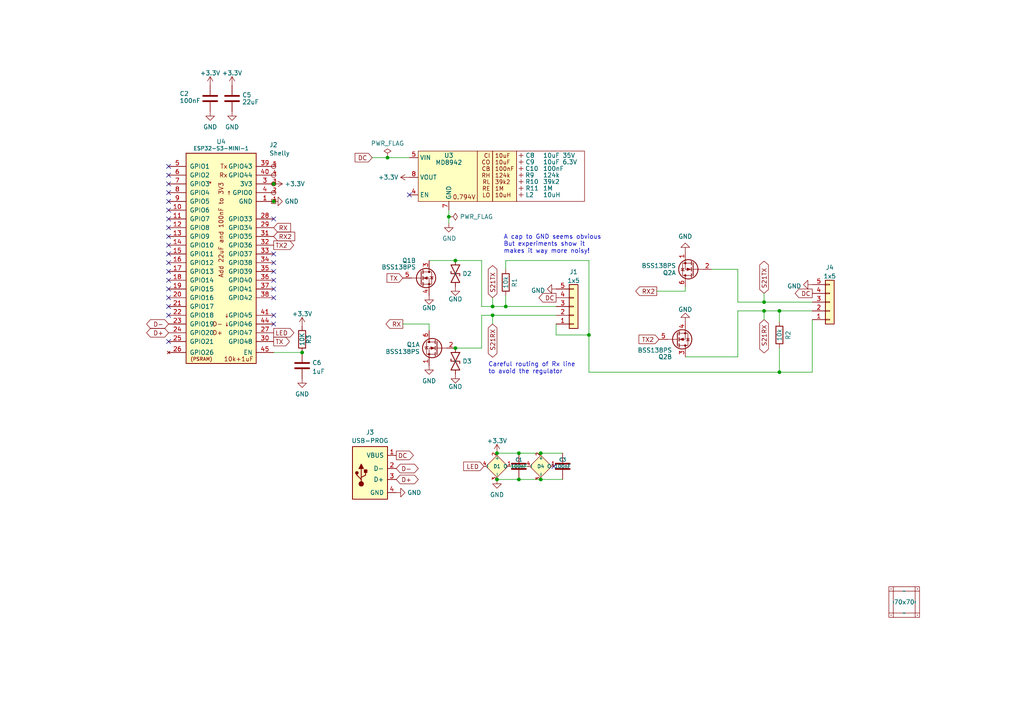
<source format=kicad_sch>
(kicad_sch (version 20250114) (generator "eeschema") (generator_version "9.0")
  (paper "A4")
  (title_block (title "S21") (rev "1") (comment 1 "@TheRealRevK") (comment 2 "www.me.uk"))
  (lib_symbols
    (symbol "Connector_Generic:Conn_01x05" (pin_names (offset 1.016) (hide yes))
      (property "Reference" "J" (at 0 7.62 0))
      (property "Value" "Conn_01x05" (at 0 -7.62 0))
      (symbol "Conn_01x05_1_1"
        (rectangle (start -1.27 6.35) (end 1.27 -6.35) (stroke (width 0.254)) (fill (type background)))
        (rectangle (start -1.27 5.207) (end 0 4.953) (stroke (width 0.1524)))
        (rectangle (start -1.27 2.667) (end 0 2.413) (stroke (width 0.1524)))
        (rectangle (start -1.27 0.127) (end 0 -0.127) (stroke (width 0.1524)))
        (rectangle (start -1.27 -2.413) (end 0 -2.667) (stroke (width 0.1524)))
        (rectangle (start -1.27 -4.953) (end 0 -5.207) (stroke (width 0.1524)))
        (pin passive line (at -5.08 5.08 0) (length 3.81) (name "Pin_1") (number "1"))
        (pin passive line (at -5.08 2.54 0) (length 3.81) (name "Pin_2") (number "2"))
        (pin passive line (at -5.08 0 0) (length 3.81) (name "Pin_3") (number "3"))
        (pin passive line (at -5.08 -2.54 0) (length 3.81) (name "Pin_4") (number "4"))
        (pin passive line (at -5.08 -5.08 0) (length 3.81) (name "Pin_5") (number "5"))
      )
    )
    (symbol "Device:C" (pin_numbers (hide yes)) (pin_names (offset 0.254))
      (property "Reference" "C" (at 0.635 2.54 0))
      (property "Value" "C" (at 0.635 -2.54 0))
      (symbol "C_0_1"
        (polyline (pts (xy -2.032 0.762) (xy 2.032 0.762)) (stroke (width 0.508)))
        (polyline (pts (xy -2.032 -0.762) (xy 2.032 -0.762)) (stroke (width 0.508)))
      )
      (symbol "C_1_1"
        (pin passive line (at 0 3.81 270) (length 2.794) (name "~") (number "1"))
        (pin passive line (at 0 -3.81 90) (length 2.794) (name "~") (number "2"))
      )
    )
    (symbol "Device:R" (pin_numbers (hide yes)) (pin_names (offset 0))
      (property "Reference" "R" (at 2.032 0 90))
      (property "Value" "R" (at 0 0 90))
      (symbol "R_0_1"
        (rectangle (start -1.016 -2.54) (end 1.016 2.54) (stroke (width 0.254)))
      )
      (symbol "R_1_1"
        (pin passive line (at 0 3.81 270) (length 1.27) (name "~") (number "1"))
        (pin passive line (at 0 -3.81 90) (length 1.27) (name "~") (number "2"))
      )
    )
    (symbol "RevK:BSS138PS" (pin_names (hide yes))
      (property "Reference" "Q" (at 5.08 2.54 0))
      (property "Value" "BSS138PS" (at 5.08 0 0))
      (property "JLCPCB Rotation Offset" "-90" (at 0 0 0))
      (symbol "BSS138PS_1_1"
        (polyline (pts (xy 0.254 0) (xy -2.54 0)))
        (polyline (pts (xy 0.254 -1.905) (xy 0.254 1.905)) (stroke (width 0.254)))
        (polyline (pts (xy 0.762 1.778) (xy 3.302 1.778) (xy 3.302 -1.778) (xy 0.762 -1.778)))
        (polyline (pts (xy 0.762 1.27) (xy 0.762 2.286)) (stroke (width 0.254)))
        (polyline (pts (xy 0.762 -0.508) (xy 0.762 0.508)) (stroke (width 0.254)))
        (polyline (pts (xy 0.762 -2.286) (xy 0.762 -1.27)) (stroke (width 0.254)))
        (polyline (pts (xy 1.016 0) (xy 2.032 -0.381) (xy 2.032 0.381) (xy 1.016 0)) (fill (type outline)))
        (circle (center 1.651 0) (radius 2.794) (stroke (width 0.254)))
        (polyline (pts (xy 2.54 1.905) (xy 2.54 2.54)))
        (circle (center 2.54 1.778) (radius 0.254) (fill (type outline)))
        (circle (center 2.54 -1.778) (radius 0.254) (fill (type outline)))
        (polyline (pts (xy 2.54 -2.54) (xy 2.54 0) (xy 0.762 0)))
        (polyline (pts (xy 2.794 0.508) (xy 2.921 0.381) (xy 3.683 0.381) (xy 3.81 0.254)))
        (polyline (pts (xy 3.302 0.381) (xy 2.921 -0.254) (xy 3.683 -0.254) (xy 3.302 0.381)))
        (pin input line (at -5.08 0 0) (length 2.54) (name "GN") (number "2"))
        (pin passive line (at 2.54 5.08 270) (length 2.54) (name "DN") (number "6"))
        (pin passive line (at 2.54 -5.08 90) (length 2.54) (name "SN") (number "1"))
      )
      (symbol "BSS138PS_2_1"
        (polyline (pts (xy 0.254 0) (xy -2.54 0)))
        (polyline (pts (xy 0.254 -1.905) (xy 0.254 1.905)) (stroke (width 0.254)))
        (polyline (pts (xy 0.762 1.778) (xy 3.302 1.778) (xy 3.302 -1.778) (xy 0.762 -1.778)))
        (polyline (pts (xy 0.762 1.27) (xy 0.762 2.286)) (stroke (width 0.254)))
        (polyline (pts (xy 0.762 -0.508) (xy 0.762 0.508)) (stroke (width 0.254)))
        (polyline (pts (xy 0.762 -2.286) (xy 0.762 -1.27)) (stroke (width 0.254)))
        (polyline (pts (xy 1.016 0) (xy 2.032 -0.381) (xy 2.032 0.381) (xy 1.016 0)) (fill (type outline)))
        (circle (center 1.651 0) (radius 2.794) (stroke (width 0.254)))
        (polyline (pts (xy 2.54 1.905) (xy 2.54 2.54)))
        (circle (center 2.54 1.778) (radius 0.254) (fill (type outline)))
        (circle (center 2.54 -1.778) (radius 0.254) (fill (type outline)))
        (polyline (pts (xy 2.54 -2.54) (xy 2.54 0) (xy 0.762 0)))
        (polyline (pts (xy 2.794 0.508) (xy 2.921 0.381) (xy 3.683 0.381) (xy 3.81 0.254)))
        (polyline (pts (xy 3.302 0.381) (xy 2.921 -0.254) (xy 3.683 -0.254) (xy 3.302 0.381)))
        (pin input line (at -5.08 0 0) (length 2.54) (name "GP") (number "5"))
        (pin passive line (at 2.54 5.08 270) (length 2.54) (name "SP") (number "3"))
        (pin passive line (at 2.54 -5.08 90) (length 2.54) (name "DP") (number "4"))
      )
    )
    (symbol "RevK:ES05D1MC10" (pin_numbers (hide yes))
      (property "Reference" "D" (at 0 2.54 0))
      (symbol "ES05D1MC10_0_1"
        (polyline (pts (xy -2.54 1.27) (xy -2.54 -1.27) (xy 0 0) (xy -2.54 1.27)) (stroke (width 0.254)))
        (polyline (pts (xy 2.54 -1.27) (xy 2.54 1.27) (xy 0 0) (xy 2.54 -1.27)) (stroke (width 0.254)))
      )
      (symbol "ES05D1MC10_1_1"
        (polyline (pts (xy 0.635 1.27) (xy 0 1.27) (xy 0 -1.27) (xy -0.635 -1.27)) (stroke (width 0.254)))
        (pin passive line (at -3.81 0 0) (length 1.27) (name "~") (number "2"))
        (pin passive line (at 3.81 0 180) (length 1.27) (name "~") (number "1"))
      )
    )
    (symbol "RevK:ESP32-S3-MINI-1-N4R2" (pin_names (offset 1.016))
      (property "Reference" "U" (at 0 27.94 0))
      (property "Value" "ESP32-S3-MINI-1-N4R2" (at 0 31.115 0))
      (symbol "ESP32-S3-MINI-1-N4R2_0_0"
        (rectangle (start -10.16 30.48) (end 10.16 -30.48) (stroke (width 0.254)) (fill (type background)))
      )
      (symbol "ESP32-S3-MINI-1-N4R2_1_1"
        (text "(PSRAM)" (at -5.715 -29.21 0) (effects (font (size 1 1))))
        (text "*" (at -3.175 21.59 0) (effects (font (size 1.27 1.27))))
        (text "D-" (at -2.54 -19.05 0) (effects (font (size 1.27 1.27)) (justify left)))
        (text "D+" (at -2.54 -21.59 0) (effects (font (size 1.27 1.27)) (justify left)))
        (text "Add 22uF and 100nF to 3V3" (at 0 8.255 900) (effects (font (size 1.27 1.27))))
        (text "Tx" (at 1.905 26.67 0) (effects (font (size 1.27 1.27)) (justify right)))
        (text "Rx" (at 1.905 24.13 0) (effects (font (size 1.27 1.27)) (justify right)))
        (text "↓" (at 2.54 -16.51 0) (effects (font (size 1.27 1.27)) (justify right)))
        (text "↓" (at 2.54 -19.05 0) (effects (font (size 1.27 1.27)) (justify right)))
        (text "↑" (at 3.175 19.05 0) (effects (font (size 1.27 1.27)) (justify right)))
        (text "10k+1uF" (at 5.08 -29.21 0) (effects (font (size 1.27 1.27))))
        (pin passive line (at -15.24 26.67 0) (length 5.08) (name "GPIO1") (number "5"))
        (pin passive line (at -15.24 24.13 0) (length 5.08) (name "GPIO2") (number "6"))
        (pin passive line (at -15.24 21.59 0) (length 5.08) (name "GPIO3") (number "7"))
        (pin passive line (at -15.24 19.05 0) (length 5.08) (name "GPIO4") (number "8"))
        (pin passive line (at -15.24 16.51 0) (length 5.08) (name "GPIO5") (number "9"))
        (pin passive line (at -15.24 13.97 0) (length 5.08) (name "GPIO6") (number "10"))
        (pin passive line (at -15.24 11.43 0) (length 5.08) (name "GPIO7") (number "11"))
        (pin passive line (at -15.24 8.89 0) (length 5.08) (name "GPIO8") (number "12"))
        (pin passive line (at -15.24 6.35 0) (length 5.08) (name "GPIO9") (number "13"))
        (pin passive line (at -15.24 3.81 0) (length 5.08) (name "GPIO10") (number "14"))
        (pin passive line (at -15.24 1.27 0) (length 5.08) (name "GPIO11") (number "15"))
        (pin passive line (at -15.24 -1.27 0) (length 5.08) (name "GPIO12") (number "16"))
        (pin passive line (at -15.24 -3.81 0) (length 5.08) (name "GPIO13") (number "17"))
        (pin passive line (at -15.24 -6.35 0) (length 5.08) (name "GPIO14") (number "18"))
        (pin passive line (at -15.24 -8.89 0) (length 5.08) (name "GPIO15") (number "19"))
        (pin passive line (at -15.24 -11.43 0) (length 5.08) (name "GPIO16") (number "20"))
        (pin passive line (at -15.24 -13.97 0) (length 5.08) (name "GPIO17") (number "21"))
        (pin passive line (at -15.24 -16.51 0) (length 5.08) (name "GPIO18") (number "22"))
        (pin passive line (at -15.24 -19.05 0) (length 5.08) (name "GPIO19") (number "23"))
        (pin passive line (at -15.24 -21.59 0) (length 5.08) (name "GPIO20") (number "24"))
        (pin passive line (at -15.24 -24.13 0) (length 5.08) (name "GPIO21") (number "25"))
        (pin no_connect line (at -15.24 -27.305 0) (length 5.08) (name "GPIO26") (number "26"))
        (pin passive line (at 15.24 26.67 180) (length 5.08) (name "GPIO43") (number "39"))
        (pin passive line (at 15.24 24.13 180) (length 5.08) (name "GPIO44") (number "40"))
        (pin power_in line (at 15.24 21.59 180) (length 5.08) (name "3V3") (number "3"))
        (pin passive line (at 15.24 19.05 180) (length 5.08) (name "GPIO0") (number "4"))
        (pin power_in line (at 15.24 16.51 180) (length 5.08) (name "GND") (number "1"))
        (pin power_in line (at 15.24 16.51 180) (length 5.08) (hide yes) (name "GND") (number "2"))
        (pin power_in line (at 15.24 16.51 180) (length 5.08) (hide yes) (name "GND") (number "42"))
        (pin power_in line (at 15.24 16.51 180) (length 5.08) (hide yes) (name "GND") (number "43"))
        (pin power_in line (at 15.24 16.51 180) (length 5.08) (hide yes) (name "GND") (number "46"))
        (pin power_in line (at 15.24 16.51 180) (length 5.08) (hide yes) (name "GND") (number "47"))
        (pin power_in line (at 15.24 16.51 180) (length 5.08) (hide yes) (name "GND") (number "48"))
        (pin power_in line (at 15.24 16.51 180) (length 5.08) (hide yes) (name "GND") (number "49"))
        (pin power_in line (at 15.24 16.51 180) (length 5.08) (hide yes) (name "GND") (number "50"))
        (pin power_in line (at 15.24 16.51 180) (length 5.08) (hide yes) (name "GND") (number "51"))
        (pin power_in line (at 15.24 16.51 180) (length 5.08) (hide yes) (name "GND") (number "52"))
        (pin power_in line (at 15.24 16.51 180) (length 5.08) (hide yes) (name "GND") (number "53"))
        (pin power_in line (at 15.24 16.51 180) (length 5.08) (hide yes) (name "GND") (number "54"))
        (pin power_in line (at 15.24 16.51 180) (length 5.08) (hide yes) (name "GND") (number "55"))
        (pin power_in line (at 15.24 16.51 180) (length 5.08) (hide yes) (name "GND") (number "56"))
        (pin power_in line (at 15.24 16.51 180) (length 5.08) (hide yes) (name "GND") (number "57"))
        (pin power_in line (at 15.24 16.51 180) (length 5.08) (hide yes) (name "GND") (number "58"))
        (pin power_in line (at 15.24 16.51 180) (length 5.08) (hide yes) (name "GND") (number "59"))
        (pin power_in line (at 15.24 16.51 180) (length 5.08) (hide yes) (name "GND") (number "60"))
        (pin power_in line (at 15.24 16.51 180) (length 5.08) (hide yes) (name "GND") (number "61"))
        (pin power_in line (at 15.24 16.51 180) (length 5.08) (hide yes) (name "GND") (number "62"))
        (pin power_in line (at 15.24 16.51 180) (length 5.08) (hide yes) (name "GND") (number "63"))
        (pin power_in line (at 15.24 16.51 180) (length 5.08) (hide yes) (name "GND") (number "64"))
        (pin power_in line (at 15.24 16.51 180) (length 5.08) (hide yes) (name "GND") (number "65"))
        (pin passive line (at 15.24 11.43 180) (length 5.08) (name "GPIO33") (number "28"))
        (pin passive line (at 15.24 8.89 180) (length 5.08) (name "GPIO34") (number "29"))
        (pin passive line (at 15.24 6.35 180) (length 5.08) (name "GPIO35") (number "31"))
        (pin passive line (at 15.24 3.81 180) (length 5.08) (name "GPIO36") (number "32"))
        (pin passive line (at 15.24 1.27 180) (length 5.08) (name "GPIO37") (number "33"))
        (pin passive line (at 15.24 -1.27 180) (length 5.08) (name "GPIO38") (number "34"))
        (pin passive line (at 15.24 -3.81 180) (length 5.08) (name "GPIO39") (number "35"))
        (pin passive line (at 15.24 -6.35 180) (length 5.08) (name "GPIO40") (number "36"))
        (pin passive line (at 15.24 -8.89 180) (length 5.08) (name "GPIO41") (number "37"))
        (pin passive line (at 15.24 -11.43 180) (length 5.08) (name "GPIO42") (number "38"))
        (pin passive line (at 15.24 -16.51 180) (length 5.08) (name "GPIO45") (number "41"))
        (pin passive line (at 15.24 -19.05 180) (length 5.08) (name "GPIO46") (number "44"))
        (pin passive line (at 15.24 -21.59 180) (length 5.08) (name "GPIO47") (number "27"))
        (pin passive line (at 15.24 -24.13 180) (length 5.08) (name "GPIO48") (number "30"))
        (pin input line (at 15.24 -27.305 180) (length 5.08) (name "EN") (number "45"))
      )
    )
    (symbol "RevK:Hidden" (pin_names (offset 1.016)) (in_bom no)
      (property "Reference" "Z" (at 0.635 0 0))
      (property "Value" "Hidden" (at 4.445 0 0))
      (symbol "Hidden_0_1"
        (polyline (pts (xy -0.635 0) (xy 0.635 0)) (stroke (width 0.1524)))
        (polyline (pts (xy 0 0.635) (xy 0 -0.635)) (stroke (width 0.1524)))
      )
    )
    (symbol "RevK:MD89420-RegBlock"
      (property "Reference" "U" (at -0.635 4.445 0))
      (property "Value" "MD8942" (at 0 6.35 0))
      (symbol "MD89420-RegBlock_1_1"
        (rectangle (start -8.89 7.62) (end 8.255 -6.985) (fill (type background)))
        (rectangle (start 8.255 7.62) (end 12.7 -6.985) (fill (type background)))
        (rectangle (start 12.7 7.62) (end 19.685 -6.985) (fill (type background)))
        (rectangle (start 19.685 7.62) (end 39.37 -6.985))
        (text "0.794V" (at 4.445 -5.715 0) (effects (font (size 1.27 1.27))))
        (text "CI\nCO\nCB\nRH\nRL\nRE\nLO" (at 12.065 6.985 0) (effects (font (size 1.185 1.185)) (justify right top)))
        (text "10uF\n10uF\n100nF\n124k\n39k2\n1M\n10uH" (at 13.335 6.985 0) (effects (font (size 1.185 1.185)) (justify left top)))
        (pin power_in line (at -11.43 5.715 0) (length 2.54) (name "VIN") (number "5"))
        (pin power_out line (at -11.43 0 0) (length 2.54) (name "VOUT") (number "8"))
        (pin input line (at -11.43 -5.08 0) (length 2.54) (name "EN") (number "4"))
        (pin power_in line (at 0 -9.525 90) (length 2.54) (hide yes) (name "GND") (number "2"))
        (pin power_in line (at 0 -9.525 90) (length 2.54) (name "GND") (number "7"))
        (pin no_connect line (at 5.715 1.905 0) (length 2.54) (hide yes) (name "") (number "3"))
        (pin no_connect line (at 5.715 0 0) (length 2.54) (hide yes) (name "") (number "1"))
        (pin no_connect line (at 5.715 -1.905 0) (length 2.54) (hide yes) (name "") (number "6"))
      )
    )
    (symbol "RevK:PCB" (in_bom no)
      (property "Value" "XxY" (at 0 0 0))
      (symbol "PCB_0_1"
        (rectangle (start -4.445 4.445) (end 4.445 -4.445))
        (circle (center -3.81 3.81) (radius 0.0001))
        (circle (center -3.81 -3.81) (radius 0.0001))
        (circle (center 3.81 3.81) (radius 0.0001))
        (circle (center 3.81 -3.81) (radius 0.0001))
      )
    )
    (symbol "RevK:Shelly" (in_bom no)
      (property "Reference" "J" (at 2.54 -8.255 0))
      (property "Value" "Shelly" (at 2.54 9.525 0))
      (symbol "Shelly_0_1"
        (circle (center 0 5.08) (radius 0.635) (stroke (width 0.1524)))
        (circle (center 0 2.54) (radius 0.635) (stroke (width 0.1524)))
        (circle (center 0 0) (radius 0.635) (stroke (width 0.1524)))
        (circle (center 0 -2.54) (radius 0.635) (stroke (width 0.1524)))
        (rectangle (start 0.635 -5.715) (end -0.635 -4.445) (stroke (width 0.1524)))
      )
      (symbol "Shelly_1_1"
        (pin passive line (at 0 5.08 0) (length 0.64) (name "Tx") (number "5"))
        (pin passive line (at 0 2.54 0) (length 0.64) (name "Rx") (number "4"))
        (pin passive line (at 0 0 0) (length 0.64) (name "3V3") (number "3"))
        (pin passive line (at 0 -2.54 0) (length 0.64) (name "0") (number "2"))
        (pin passive line (at 0 -5.08 0) (length 0.64) (name "GND") (number "1"))
      )
    )
    (symbol "RevK:USB-PROG" (pin_names (offset 1.016)) (in_bom no)
      (property "Reference" "J" (at -5.08 11.43 0))
      (property "Value" "USB-PROG" (at -5.08 8.89 0))
      (symbol "USB-PROG_0_1"
        (rectangle (start -5.08 -7.62) (end 5.08 7.62) (stroke (width 0.254)) (fill (type background)))
        (circle (center -3.81 0) (radius 0.381) (stroke (width 0.254)) (fill (type outline)))
        (polyline (pts (xy -3.175 1.27) (xy -1.905 1.27) (xy -2.54 2.54) (xy -3.175 1.27)) (stroke (width 0.254)) (fill (type outline)))
        (polyline (pts (xy -2.54 -1.905) (xy -2.54 -1.27) (xy -1.27 -0.635) (xy -1.27 0.635)) (stroke (width 0.254)))
        (polyline (pts (xy -2.54 -2.54) (xy -2.54 -1.905) (xy -3.81 -0.635) (xy -3.81 0)) (stroke (width 0.254)))
        (circle (center -2.54 -3.175) (radius 0.635) (stroke (width 0.254)) (fill (type outline)))
        (rectangle (start -1.651 0.889) (end -0.889 0.127) (stroke (width 0.254)) (fill (type outline)))
      )
      (symbol "USB-PROG_1_1"
        (polyline (pts (xy -2.54 -1.27) (xy -2.54 1.27)) (stroke (width 0.254)))
        (pin passive line (at 7.62 5.08 180) (length 2.54) (name "VBUS") (number "1"))
        (pin bidirectional line (at 7.62 1.27 180) (length 2.54) (name "D-") (number "2"))
        (pin bidirectional line (at 7.62 -1.905 180) (length 2.54) (name "D+") (number "3"))
        (pin passive line (at 7.62 -5.715 180) (length 2.54) (name "GND") (number "4"))
      )
    )
    (symbol "RevK:VCUT" (in_bom no)
      (symbol "VCUT_0_1"
        (polyline (pts (xy -4.445 0) (xy 4.445 0)))
      )
    )
    (symbol "RevK:WS2812B-1mm" (pin_names (offset 0.254))
      (property "Reference" "D" (at 0 0 0))
      (symbol "WS2812B-1mm_1_1"
        (polyline (pts (xy 0 3.175) (xy 3.175 0) (xy 0 -3.175) (xy -3.175 0) (xy 0 3.175)) (fill (type background)))
        (pin input line (at -3.81 0 0) (length 0.5) (name "I") (number "4"))
        (pin power_in line (at 0 3.81 270) (length 0.5) (name "-") (number "3"))
        (pin power_in line (at 0 -3.81 90) (length 0.5) (name "+") (number "2"))
        (pin output line (at 3.81 0 180) (length 0.5) (name "O") (number "1"))
      )
    )
    (symbol "power:+3.3V" (power) (pin_names (offset 0))
      (property "Value" "+3.3V" (at 0 3.556 0))
      (symbol "+3.3V_0_1"
        (polyline (pts (xy -0.762 1.27) (xy 0 2.54)))
        (polyline (pts (xy 0 2.54) (xy 0.762 1.27)))
        (polyline (pts (xy 0 0) (xy 0 2.54)))
      )
      (symbol "+3.3V_1_1"
        (pin power_in line (at 0 0 90) (length 0) (hide yes) (name "+3.3V") (number "1"))
      )
    )
    (symbol "power:GND" (power) (pin_names (offset 0))
      (property "Value" "GND" (at 0 -3.81 0))
      (symbol "GND_0_1"
        (polyline (pts (xy 0 0) (xy 0 -1.27) (xy 1.27 -1.27) (xy 0 -2.54) (xy -1.27 -1.27) (xy 0 -1.27)))
      )
      (symbol "GND_1_1"
        (pin power_in line (at 0 0 270) (length 0) (hide yes) (name "GND") (number "1"))
      )
    )
    (symbol "power:PWR_FLAG" (power) (pin_numbers (hide yes)) (pin_names (offset 0) (hide yes))
      (property "Value" "PWR_FLAG" (at 0 3.81 0))
      (symbol "PWR_FLAG_0_0"
        (pin power_out line (at 0 0 90) (length 0) (name "pwr") (number "1"))
      )
      (symbol "PWR_FLAG_0_1"
        (polyline (pts (xy 0 0) (xy 0 1.27) (xy -1.016 1.905) (xy 0 2.54) (xy 1.016 1.905) (xy 0 1.27)))
      )
    )
  )
  (text "Careful routing of Rx line\nto avoid the regulator" (at 141.605 108.585 0) (effects (font (size 1.27 1.27)) (justify left bottom)))
  (text "A cap to GND seems obvious\nBut experiments show it\nmakes it way more noisy!" (at 146.05 73.66 0) (effects (font (size 1.27 1.27)) (justify left bottom)))
  (junction (at 150.495 139.065))
  (junction (at 87.63 102.235))
  (junction (at 226.06 90.17))
  (junction (at 221.615 90.17))
  (junction (at 112.395 45.72))
  (junction (at 170.815 97.155))
  (junction (at 79.375 53.34))
  (junction (at 132.08 75.565))
  (junction (at 79.375 58.42))
  (junction (at 146.685 88.9))
  (junction (at 150.495 131.445))
  (junction (at 226.06 107.95))
  (junction (at 130.175 62.865))
  (junction (at 132.08 100.965))
  (junction (at 221.615 87.63))
  (junction (at 142.875 88.9))
  (junction (at 156.845 139.065))
  (junction (at 144.145 139.065))
  (junction (at 144.145 131.445))
  (junction (at 156.845 131.445))
  (junction (at 142.875 91.44))
  (no_connect (at 48.895 81.28))
  (no_connect (at 79.375 78.74))
  (no_connect (at 48.895 55.88))
  (no_connect (at 160.655 135.255))
  (no_connect (at 48.895 63.5))
  (no_connect (at 48.895 60.96))
  (no_connect (at 79.375 91.44))
  (no_connect (at 48.895 91.44))
  (no_connect (at 48.895 83.82))
  (no_connect (at 48.895 58.42))
  (no_connect (at 118.745 56.515))
  (no_connect (at 48.895 50.8))
  (no_connect (at 48.895 53.34))
  (no_connect (at 48.895 88.9))
  (no_connect (at 48.895 71.12))
  (no_connect (at 48.895 48.26))
  (no_connect (at 48.895 66.04))
  (no_connect (at 79.375 86.36))
  (no_connect (at 79.375 76.2))
  (no_connect (at 48.895 68.58))
  (no_connect (at 48.895 76.2))
  (no_connect (at 79.375 83.82))
  (no_connect (at 48.895 99.06))
  (no_connect (at 48.895 78.74))
  (no_connect (at 79.375 93.98))
  (no_connect (at 79.375 81.28))
  (no_connect (at 79.375 73.66))
  (no_connect (at 79.375 63.5))
  (no_connect (at 48.895 86.36))
  (no_connect (at 48.895 73.66))
  (wire (pts (xy 190.5 84.455) (xy 198.755 84.455)))
  (wire (pts (xy 221.615 85.09) (xy 221.615 87.63)))
  (wire (pts (xy 161.29 93.98) (xy 161.29 97.155)))
  (wire (pts (xy 150.495 131.445) (xy 156.845 131.445)))
  (wire (pts (xy 235.585 107.95) (xy 235.585 92.71)))
  (wire (pts (xy 213.995 90.17) (xy 221.615 90.17)))
  (wire (pts (xy 226.06 100.965) (xy 226.06 107.95)))
  (wire (pts (xy 124.46 93.98) (xy 124.46 95.885)))
  (wire (pts (xy 107.95 45.72) (xy 112.395 45.72)))
  (wire (pts (xy 116.84 93.98) (xy 124.46 93.98)))
  (wire (pts (xy 146.685 88.9) (xy 161.29 88.9)))
  (wire (pts (xy 130.175 64.77) (xy 130.175 62.865)))
  (wire (pts (xy 130.175 62.865) (xy 130.175 60.96)))
  (wire (pts (xy 206.375 78.105) (xy 213.995 78.105)))
  (wire (pts (xy 142.875 93.98) (xy 142.875 91.44)))
  (wire (pts (xy 156.845 139.065) (xy 163.195 139.065)))
  (wire (pts (xy 146.685 75.565) (xy 170.815 75.565)))
  (wire (pts (xy 142.875 88.9) (xy 146.685 88.9)))
  (wire (pts (xy 139.7 88.9) (xy 142.875 88.9)))
  (wire (pts (xy 170.815 107.95) (xy 226.06 107.95)))
  (wire (pts (xy 226.06 90.17) (xy 226.06 93.345)))
  (wire (pts (xy 170.815 75.565) (xy 170.815 97.155)))
  (wire (pts (xy 132.08 100.965) (xy 139.7 100.965)))
  (wire (pts (xy 146.685 85.725) (xy 146.685 88.9)))
  (wire (pts (xy 142.875 86.36) (xy 142.875 88.9)))
  (wire (pts (xy 226.06 107.95) (xy 235.585 107.95)))
  (wire (pts (xy 153.035 135.255) (xy 147.955 135.255)))
  (wire (pts (xy 79.375 102.235) (xy 87.63 102.235)))
  (wire (pts (xy 221.615 92.71) (xy 221.615 90.17)))
  (wire (pts (xy 139.7 91.44) (xy 142.875 91.44)))
  (wire (pts (xy 213.995 78.105) (xy 213.995 87.63)))
  (wire (pts (xy 161.29 97.155) (xy 170.815 97.155)))
  (wire (pts (xy 198.755 103.505) (xy 213.995 103.505)))
  (wire (pts (xy 132.08 75.565) (xy 139.7 75.565)))
  (wire (pts (xy 150.495 139.065) (xy 156.845 139.065)))
  (wire (pts (xy 221.615 87.63) (xy 235.585 87.63)))
  (wire (pts (xy 221.615 90.17) (xy 226.06 90.17)))
  (wire (pts (xy 142.875 91.44) (xy 161.29 91.44)))
  (wire (pts (xy 213.995 87.63) (xy 221.615 87.63)))
  (wire (pts (xy 213.995 90.17) (xy 213.995 103.505)))
  (wire (pts (xy 226.06 90.17) (xy 235.585 90.17)))
  (wire (pts (xy 124.46 75.565) (xy 132.08 75.565)))
  (wire (pts (xy 139.7 91.44) (xy 139.7 100.965)))
  (wire (pts (xy 139.7 75.565) (xy 139.7 88.9)))
  (wire (pts (xy 170.815 97.155) (xy 170.815 107.95)))
  (wire (pts (xy 144.145 139.065) (xy 150.495 139.065)))
  (wire (pts (xy 112.395 45.72) (xy 118.745 45.72)))
  (wire (pts (xy 198.755 84.455) (xy 198.755 83.185)))
  (wire (pts (xy 146.685 78.105) (xy 146.685 75.565)))
  (wire (pts (xy 144.145 131.445) (xy 150.495 131.445)))
  (wire (pts (xy 156.845 131.445) (xy 163.195 131.445)))
  (global_label "TX2" (shape output) (at 79.375 71.12 0) (property "Intersheetrefs" "${INTERSHEET_REFS}" (effects (hide yes))))
  (global_label "S21TX" (shape bidirectional) (at 142.875 86.36 90) (property "Intersheetrefs" "${INTERSHEET_REFS}" (effects (hide yes))))
  (global_label "DC" (shape output) (at 114.935 132.08 0) (property "Intersheetrefs" "${INTERSHEET_REFS}" (effects (hide yes))))
  (global_label "D-" (shape bidirectional) (at 48.895 93.98 180) (property "Intersheetrefs" "${INTERSHEET_REFS}" (effects (hide yes))))
  (global_label "LED" (shape input) (at 140.335 135.255 180) (property "Intersheetrefs" "${INTERSHEET_REFS}" (effects (hide yes))))
  (global_label "S21TX" (shape bidirectional) (at 221.615 85.09 90) (property "Intersheetrefs" "${INTERSHEET_REFS}" (effects (hide yes))))
  (global_label "DC" (shape input) (at 107.95 45.72 180) (property "Intersheetrefs" "${INTERSHEET_REFS}" (effects (hide yes))))
  (global_label "D+" (shape bidirectional) (at 48.895 96.52 180) (property "Intersheetrefs" "${INTERSHEET_REFS}" (effects (hide yes))))
  (global_label "RX2" (shape input) (at 79.375 68.58 0) (property "Intersheetrefs" "${INTERSHEET_REFS}" (effects (hide yes))))
  (global_label "S21RX" (shape bidirectional) (at 221.615 92.71 270) (property "Intersheetrefs" "${INTERSHEET_REFS}" (effects (hide yes))))
  (global_label "TX" (shape input) (at 116.84 80.645 180) (property "Intersheetrefs" "${INTERSHEET_REFS}" (effects (hide yes))))
  (global_label "TX" (shape output) (at 79.375 99.06 0) (property "Intersheetrefs" "${INTERSHEET_REFS}" (effects (hide yes))))
  (global_label "DC" (shape output) (at 235.585 85.09 180) (property "Intersheetrefs" "${INTERSHEET_REFS}" (effects (hide yes))))
  (global_label "TX2" (shape input) (at 191.135 98.425 180) (property "Intersheetrefs" "${INTERSHEET_REFS}" (effects (hide yes))))
  (global_label "D+" (shape bidirectional) (at 114.935 139.065 0) (property "Intersheetrefs" "${INTERSHEET_REFS}" (effects (hide yes))))
  (global_label "DC" (shape output) (at 161.29 86.36 180) (property "Intersheetrefs" "${INTERSHEET_REFS}" (effects (hide yes))))
  (global_label "D-" (shape bidirectional) (at 114.935 135.89 0) (property "Intersheetrefs" "${INTERSHEET_REFS}" (effects (hide yes))))
  (global_label "RX" (shape input) (at 79.375 66.04 0) (property "Intersheetrefs" "${INTERSHEET_REFS}" (effects (hide yes))))
  (global_label "S21RX" (shape bidirectional) (at 142.875 93.98 270) (property "Intersheetrefs" "${INTERSHEET_REFS}" (effects (hide yes))))
  (global_label "RX" (shape output) (at 116.84 93.98 180) (property "Intersheetrefs" "${INTERSHEET_REFS}" (effects (hide yes))))
  (global_label "RX2" (shape output) (at 190.5 84.455 180) (property "Intersheetrefs" "${INTERSHEET_REFS}" (effects (hide yes))))
  (global_label "LED" (shape output) (at 79.375 96.52 0) (property "Intersheetrefs" "${INTERSHEET_REFS}" (effects (hide yes))))
  (symbol (lib_id "RevK:Shelly") (at 79.375 53.34 0) (unit 1) (in_bom no)
    (property "Reference" "J2" (at 78.105 42.0258 0) (effects (justify left)))
    (property "Value" "Shelly" (at 78.105 44.45 0) (effects (justify left)))
    (property "Footprint" "RevK:Shelly" (effects (hide yes)))
  )
  (symbol (lib_id "RevK:Hidden") (at 151.13 48.895 90) (unit 1)
    (property "Reference" "C10" (at 156.21 48.895 90) (effects (justify left)))
    (property "Value" "100nF" (at 157.48 48.895 90) (effects (justify right)))
    (property "Footprint" "RevK:C_0603_" (effects (hide yes)))
  )
  (symbol (lib_id "power:+3.3V") (at 87.63 94.615 0) (unit 1)
    (property "Reference" "#PWR014" (effects (hide yes)))
    (property "Value" "+3.3V" (at 87.63 91.0392 0))
  )
  (symbol (lib_id "RevK:ES05D1MC10") (at 132.08 104.775 270) (unit 1)
    (property "Reference" "D3" (at 134.112 104.775 90) (effects (justify left)))
    (property "Value" "~" (at 132.08 104.775 0))
    (property "Footprint" "RevK:DFN1006-2L" (effects (hide yes)))
    (property "LCSC Part #" "C5137770" (effects (hide yes)))
  )
  (symbol (lib_id "power:GND") (at 235.585 82.55 270) (unit 1)
    (property "Reference" "#PWR029" (effects (hide yes)))
    (property "Value" "GND" (at 232.4101 82.9838 90) (effects (justify right)))
  )
  (symbol (lib_id "power:GND") (at 144.145 139.065 0) (unit 1)
    (property "Reference" "#PWR023" (effects (hide yes)))
    (property "Value" "GND" (at 144.145 143.5084 0))
  )
  (symbol (lib_id "power:GND") (at 198.755 73.025 0) (mirror x) (unit 1)
    (property "Reference" "#PWR026" (effects (hide yes)))
    (property "Value" "GND" (at 198.755 68.5816 0))
  )
  (symbol (lib_id "power:GND") (at 161.29 83.82 270) (unit 1)
    (property "Reference" "#PWR09" (effects (hide yes)))
    (property "Value" "GND" (at 158.1151 84.2538 90) (effects (justify right)))
  )
  (symbol (lib_id "RevK:BSS138PS") (at 121.92 80.645 0) (unit 2)
    (property "Reference" "Q1" (at 120.65 75.565 0) (effects (justify right)))
    (property "Value" "BSS138PS" (at 120.65 77.47 0) (effects (justify right)))
    (property "Footprint" "RevK:SOT-363_SC-70-6" (effects (hide yes)))
    (property "Datasheet" "https://datasheet.lcsc.com/lcsc/1810011113_Nexperia-BSS138PS-115_C193381.pdf" (effects (hide yes)))
    (property "LCSC Part #" "C193381" (effects (hide yes)))
    (property "JLCPCB Rotation Offset" "180" (effects (hide yes)))
  )
  (symbol (lib_id "RevK:USB-PROG") (at 107.315 137.16 0) (unit 1) (in_bom no)
    (property "Reference" "J3" (at 107.315 125.3957 0))
    (property "Value" "USB-PROG" (at 107.315 127.8199 0))
    (property "Footprint" "RevK:USB-PROG" (effects (hide yes)))
    (property "Datasheet" " ~" (effects (hide yes)))
  )
  (symbol (lib_id "RevK:BSS138PS") (at 196.215 98.425 0) (mirror x) (unit 2)
    (property "Reference" "Q2" (at 194.945 103.505 0) (effects (justify right)))
    (property "Value" "BSS138PS" (at 194.945 101.6 0) (effects (justify right)))
    (property "Footprint" "RevK:SOT-363_SC-70-6" (effects (hide yes)))
    (property "Datasheet" "https://datasheet.lcsc.com/lcsc/1810011113_Nexperia-BSS138PS-115_C193381.pdf" (effects (hide yes)))
    (property "LCSC Part #" "C193381" (effects (hide yes)))
    (property "JLCPCB Rotation Offset" "180" (effects (hide yes)))
  )
  (symbol (lib_id "power:GND") (at 67.31 32.385 0) (unit 1)
    (property "Reference" "#PWR011" (effects (hide yes)))
    (property "Value" "GND" (at 67.31 36.8284 0))
  )
  (symbol (lib_id "power:GND") (at 87.63 109.855 0) (unit 1)
    (property "Reference" "#PWR015" (effects (hide yes)))
    (property "Value" "GND" (at 87.63 114.2984 0))
  )
  (symbol (lib_id "Device:R") (at 226.06 97.155 0) (unit 1)
    (property "Reference" "R2" (at 228.6 95.885 90) (effects (justify right)))
    (property "Value" "10k" (at 226.06 97.155 90))
    (property "Footprint" "RevK:R_0402" (effects (hide yes)))
  )
  (symbol (lib_id "power:+3.3V") (at 79.375 53.34 270) (unit 1)
    (property "Reference" "#PWR012" (effects (hide yes)))
    (property "Value" "+3.3V" (at 82.55 53.34 90) (effects (justify left)))
  )
  (symbol (lib_id "RevK:BSS138PS") (at 201.295 78.105 180) (unit 1)
    (property "Reference" "Q2" (at 196.088 79.129 0) (effects (justify left)))
    (property "Value" "BSS138PS" (at 196.088 77.081 0) (effects (justify left)))
    (property "Footprint" "RevK:SOT-363_SC-70-6" (effects (hide yes)))
    (property "Datasheet" "https://datasheet.lcsc.com/lcsc/1810011113_Nexperia-BSS138PS-115_C193381.pdf" (effects (hide yes)))
    (property "LCSC Part #" "C193381" (effects (hide yes)))
    (property "JLCPCB Rotation Offset" "180" (effects (hide yes)))
  )
  (symbol (lib_id "RevK:Hidden") (at 151.13 50.8 0) (unit 1)
    (property "Reference" "R9" (at 153.67 50.8 0))
    (property "Value" "124k" (at 157.48 50.8 0) (effects (justify left)))
    (property "Footprint" "RevK:R_0402_" (effects (hide yes)))
  )
  (symbol (lib_id "power:GND") (at 198.755 93.345 0) (mirror x) (unit 1)
    (property "Reference" "#PWR025" (effects (hide yes)))
    (property "Value" "GND" (at 198.755 89.7692 0))
  )
  (symbol (lib_id "RevK:VCUT") (at 259.08 174.625 90) (unit 1) (exclude_from_sim yes) (in_bom no)
    (property "Reference" "V5" (effects (hide yes)))
    (property "Value" "~" (at 259.08 174.625 0))
    (property "Footprint" "RevK:VCUT70N" (effects (hide yes)))
  )
  (symbol (lib_id "power:PWR_FLAG") (at 130.175 62.865 270) (unit 1)
    (property "Reference" "#FLG02" (effects (hide yes)))
    (property "Value" "PWR_FLAG" (at 133.35 62.865 90) (effects (justify left)))
  )
  (symbol (lib_id "power:GND") (at 79.375 58.42 90) (unit 1)
    (property "Reference" "#PWR013" (effects (hide yes)))
    (property "Value" "GND" (at 82.55 58.42 90) (effects (justify right)))
  )
  (symbol (lib_id "Connector_Generic:Conn_01x05") (at 240.665 87.63 0) (mirror x) (unit 1)
    (property "Reference" "J4" (at 240.665 77.5802 0))
    (property "Value" "1x5" (at 240.665 80.1171 0))
    (property "Footprint" "RevK:JST_EH_S5B-EH_1x05_P2.50mm_Horizontal" (effects (hide yes)))
    (property "LCSC Part #" "C265103" (effects (hide yes)))
    (property "JLCPCB Position Offset" "5,0" (effects (hide yes)))
  )
  (symbol (lib_id "Device:C") (at 67.31 28.575 0) (unit 1)
    (property "Reference" "C5" (at 70.231 27.551 0) (effects (justify left)))
    (property "Value" "22uF" (at 70.231 29.599 0) (effects (justify left)))
    (property "Footprint" "RevK:C_0603" (effects (hide yes)))
  )
  (symbol (lib_id "RevK:PCB") (at 262.255 174.625 0) (unit 1) (in_bom no)
    (property "Reference" "PCB1" (effects (hide yes)))
    (property "Value" "70x70" (at 262.255 174.625 0))
    (property "Footprint" "RevK:PCB7070" (effects (hide yes)))
  )
  (symbol (lib_id "RevK:VCUT") (at 262.255 177.8 0) (unit 1) (exclude_from_sim yes) (in_bom no)
    (property "Reference" "V2" (effects (hide yes)))
    (property "Value" "~" (at 262.255 177.8 0))
    (property "Footprint" "RevK:VCUT70N" (effects (hide yes)))
  )
  (symbol (lib_id "RevK:ES05D1MC10") (at 132.08 79.375 270) (unit 1)
    (property "Reference" "D2" (at 134.112 79.375 90) (effects (justify left)))
    (property "Value" "~" (at 132.08 79.375 0))
    (property "Footprint" "RevK:DFN1006-2L" (effects (hide yes)))
    (property "LCSC Part #" "C5137770" (effects (hide yes)))
  )
  (symbol (lib_id "RevK:MD89420-RegBlock") (at 130.175 51.435 0) (unit 1)
    (property "Reference" "U3" (at 130.175 45.085 0))
    (property "Value" "MD8942" (at 130.175 47.133 0))
    (property "Footprint" "RevK:SOT-23-6-MD8942" (effects (hide yes)))
    (property "Datasheet" "https://datasheet.lcsc.com/lcsc/2101111937_Shanghai-Mingda-Microelectronics-MD8942_C2684786.pdf" (effects (hide yes)))
    (property "LCSC Part #" "C2684786" (effects (hide yes)))
  )
  (symbol (lib_id "RevK:BSS138PS") (at 127 100.965 0) (mirror y) (unit 1)
    (property "Reference" "Q1" (at 121.793 99.941 0) (effects (justify left)))
    (property "Value" "BSS138PS" (at 121.793 101.989 0) (effects (justify left)))
    (property "Footprint" "RevK:SOT-363_SC-70-6" (effects (hide yes)))
    (property "Datasheet" "https://datasheet.lcsc.com/lcsc/1810011113_Nexperia-BSS138PS-115_C193381.pdf" (effects (hide yes)))
    (property "LCSC Part #" "C193381" (effects (hide yes)))
    (property "JLCPCB Rotation Offset" "180" (effects (hide yes)))
  )
  (symbol (lib_id "RevK:Hidden") (at 151.13 52.705 270) (unit 1)
    (property "Reference" "R10" (at 154.305 52.705 90))
    (property "Value" "39k2" (at 157.48 52.705 90) (effects (justify left)))
    (property "Footprint" "RevK:R_0402_" (effects (hide yes)))
  )
  (symbol (lib_id "RevK:Hidden") (at 151.13 56.515 90) (unit 1)
    (property "Reference" "L2" (at 152.4 56.515 90) (effects (justify right)))
    (property "Value" "10uH" (at 157.48 56.515 90) (effects (justify right)))
    (property "Footprint" "RevK:L_4x4_" (effects (hide yes)))
  )
  (symbol (lib_id "power:GND") (at 60.96 32.385 0) (unit 1)
    (property "Reference" "#PWR05" (effects (hide yes)))
    (property "Value" "GND" (at 60.96 36.8284 0))
  )
  (symbol (lib_id "power:GND") (at 130.175 64.77 0) (unit 1)
    (property "Reference" "#PWR02" (effects (hide yes)))
    (property "Value" "GND" (at 130.302 69.1642 0))
  )
  (symbol (lib_id "RevK:VCUT") (at 265.43 174.625 90) (unit 1) (exclude_from_sim yes) (in_bom no)
    (property "Reference" "V6" (effects (hide yes)))
    (property "Value" "~" (at 265.43 174.625 0))
    (property "Footprint" "RevK:VCUT70N" (effects (hide yes)))
  )
  (symbol (lib_id "RevK:VCUT") (at 262.255 171.45 0) (unit 1) (exclude_from_sim yes) (in_bom no)
    (property "Reference" "V1" (effects (hide yes)))
    (property "Value" "~" (at 262.255 171.45 0))
    (property "Footprint" "RevK:VCUT70N" (effects (hide yes)))
  )
  (symbol (lib_id "RevK:Hidden") (at 151.13 46.99 0) (unit 1)
    (property "Reference" "C9" (at 152.4 46.99 0) (effects (justify left)))
    (property "Value" "10uF 6.3V" (at 157.48 46.99 0) (effects (justify left)))
    (property "Footprint" "RevK:C_0603_" (effects (hide yes)))
    (property "LCSC Part #" "C1691" (effects (hide yes)))
  )
  (symbol (lib_id "Device:R") (at 146.685 81.915 0) (unit 1)
    (property "Reference" "R1" (at 149.225 80.645 90) (effects (justify right)))
    (property "Value" "10k" (at 146.685 81.915 90))
    (property "Footprint" "RevK:R_0402" (effects (hide yes)))
  )
  (symbol (lib_id "power:+3.3V") (at 144.145 131.445 0) (unit 1)
    (property "Reference" "#PWR022" (effects (hide yes)))
    (property "Value" "+3.3V" (at 144.145 127.8692 0))
  )
  (symbol (lib_id "power:+3.3V") (at 67.31 24.765 0) (unit 1)
    (property "Reference" "#PWR06" (effects (hide yes)))
    (property "Value" "+3.3V" (at 67.31 21.1892 0))
  )
  (symbol (lib_id "power:GND") (at 124.46 106.045 0) (unit 1)
    (property "Reference" "#PWR0102" (effects (hide yes)))
    (property "Value" "GND" (at 124.46 110.4884 0))
  )
  (symbol (lib_id "RevK:WS2812B-1mm") (at 144.145 135.255 0) (mirror x) (unit 1)
    (property "Reference" "D1" (at 144.145 135.255 0) (effects (font (size 1 1))))
    (property "Value" "XL-1010RGBC-WS2812B" (effects (hide yes)))
    (property "Footprint" "RevK:SMD1010" (effects (hide yes)))
    (property "Datasheet" "https://datasheet.lcsc.com/lcsc/2301111010_XINGLIGHT-XL-1010RGBC-WS2812B_C5349953.pdf" (effects (hide yes)))
    (property "LCSC Part #" "C5349953" (effects (hide yes)))
  )
  (symbol (lib_id "Connector_Generic:Conn_01x05") (at 166.37 88.9 0) (mirror x) (unit 1)
    (property "Reference" "J1" (at 166.37 78.8502 0))
    (property "Value" "1x5" (at 166.37 81.3871 0))
    (property "Footprint" "RevK:JST_EH_S5B-EH_1x05_P2.50mm_Horizontal" (effects (hide yes)))
    (property "LCSC Part #" "C265103" (effects (hide yes)))
    (property "JLCPCB Position Offset" "5,0" (effects (hide yes)))
  )
  (symbol (lib_id "power:+3.3V") (at 118.745 51.435 90) (unit 1)
    (property "Reference" "#PWR01" (effects (hide yes)))
    (property "Value" "+3.3V" (at 115.57 51.435 90) (effects (justify left)))
  )
  (symbol (lib_id "RevK:Hidden") (at 151.13 45.085 0) (unit 1)
    (property "Reference" "C8" (at 152.4 45.085 0) (effects (justify left)))
    (property "Value" "10uF 35V" (at 157.48 45.085 0) (effects (justify left)))
    (property "Footprint" "RevK:C_0603_" (effects (hide yes)))
    (property "LCSC Part #" "C194427" (effects (hide yes)))
  )
  (symbol (lib_id "power:GND") (at 132.08 108.585 0) (unit 1)
    (property "Reference" "#PWR024" (effects (hide yes)))
    (property "Value" "GND" (at 132.08 112.1608 0))
  )
  (symbol (lib_id "Device:C") (at 150.495 135.255 0) (mirror y) (unit 1)
    (property "Reference" "C1" (at 150.495 133.35 0) (effects (font (size 1 1))))
    (property "Value" "100nF" (at 150.495 135.255 0) (effects (font (size 1 1))))
    (property "Footprint" "RevK:C_0402" (effects (hide yes)))
  )
  (symbol (lib_id "power:GND") (at 124.46 85.725 0) (unit 1)
    (property "Reference" "#PWR08" (effects (hide yes)))
    (property "Value" "GND" (at 124.46 89.3008 0))
  )
  (symbol (lib_id "power:PWR_FLAG") (at 112.395 45.72 0) (unit 1)
    (property "Reference" "#FLG01" (effects (hide yes)))
    (property "Value" "PWR_FLAG" (at 112.395 41.5869 0))
  )
  (symbol (lib_id "RevK:Hidden") (at 151.13 54.61 0) (unit 1)
    (property "Reference" "R11" (at 152.4 54.61 0) (effects (justify left)))
    (property "Value" "1M" (at 157.48 54.61 0) (effects (justify left)))
    (property "Footprint" "RevK:R_0402_" (effects (hide yes)))
  )
  (symbol (lib_id "Device:C") (at 87.63 106.045 0) (unit 1)
    (property "Reference" "C6" (at 90.551 105.2103 0) (effects (justify left)))
    (property "Value" "1uF" (at 90.551 107.7472 0) (effects (justify left)))
    (property "Footprint" "RevK:C_0402" (effects (hide yes)))
  )
  (symbol (lib_id "power:GND") (at 132.08 83.185 0) (unit 1)
    (property "Reference" "#PWR03" (effects (hide yes)))
    (property "Value" "GND" (at 132.08 86.7608 0))
  )
  (symbol (lib_id "Device:C") (at 163.195 135.255 0) (mirror y) (unit 1)
    (property "Reference" "C3" (at 163.195 133.35 0) (effects (font (size 1 1))))
    (property "Value" "100nF" (at 163.195 135.255 0) (effects (font (size 1 1))))
    (property "Footprint" "RevK:C_0402" (effects (hide yes)))
  )
  (symbol (lib_id "Device:R") (at 87.63 98.425 0) (unit 1)
    (property "Reference" "R3" (at 89.535 98.425 90))
    (property "Value" "10K" (at 87.63 98.425 90))
    (property "Footprint" "RevK:R_0402" (effects (hide yes)))
  )
  (symbol (lib_id "Device:C") (at 60.96 28.575 0) (unit 1)
    (property "Reference" "C2" (at 52.07 27.162 0) (effects (justify left)))
    (property "Value" "100nF" (at 52.07 29.21 0) (effects (justify left)))
    (property "Footprint" "RevK:C_0402" (effects (hide yes)))
  )
  (symbol (lib_id "RevK:WS2812B-1mm") (at 156.845 135.255 0) (mirror x) (unit 1)
    (property "Reference" "D4" (at 156.845 135.255 0) (effects (font (size 1 1))))
    (property "Value" "XL-1010RGBC-WS2812B" (effects (hide yes)))
    (property "Footprint" "RevK:SMD1010" (effects (hide yes)))
    (property "Datasheet" "https://datasheet.lcsc.com/lcsc/2301111010_XINGLIGHT-XL-1010RGBC-WS2812B_C5349953.pdf" (effects (hide yes)))
    (property "LCSC Part #" "C5349953" (effects (hide yes)))
  )
  (symbol (lib_id "RevK:ESP32-S3-MINI-1-N4R2") (at 64.135 74.93 0) (unit 1)
    (property "Reference" "U4" (at 64.135 41.0932 0))
    (property "Value" "ESP32-S3-MINI-1" (at 64.135 43.0296 0) (effects (font (size 1.1 1.1))))
    (property "Footprint" "RevK:ESP32-S3-MINI-1" (effects (hide yes)))
    (property "Datasheet" "https://www.espressif.com/sites/default/files/documentation/esp32-s3-mini-1_mini-1u_datasheet_en.pdf" (effects (hide yes)))
    (property "LCSC Part #" "C3013941" (effects (hide yes)))
  )
  (symbol (lib_id "power:+3.3V") (at 60.96 24.765 0) (unit 1)
    (property "Reference" "#PWR04" (effects (hide yes)))
    (property "Value" "+3.3V" (at 60.96 21.1892 0))
  )
  (symbol (lib_id "power:GND") (at 114.935 142.875 90) (unit 1)
    (property "Reference" "#PWR016" (effects (hide yes)))
    (property "Value" "GND" (at 118.11 142.875 90) (effects (justify right)))
  )
)
</source>
